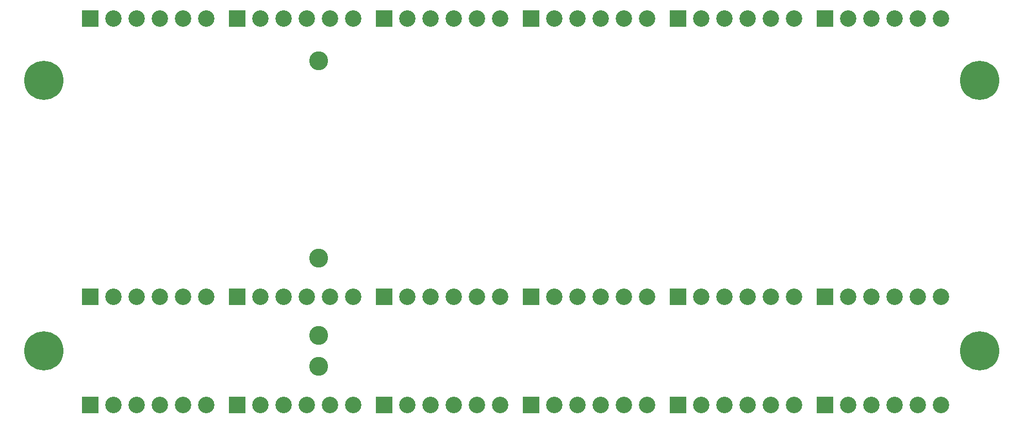
<source format=gbr>
%TF.GenerationSoftware,KiCad,Pcbnew,(5.1.6)-1*%
%TF.CreationDate,2020-11-26T15:33:51-08:00*%
%TF.ProjectId,Test Engine Breakout Board,54657374-2045-46e6-9769-6e6520427265,rev?*%
%TF.SameCoordinates,Original*%
%TF.FileFunction,Soldermask,Top*%
%TF.FilePolarity,Negative*%
%FSLAX46Y46*%
G04 Gerber Fmt 4.6, Leading zero omitted, Abs format (unit mm)*
G04 Created by KiCad (PCBNEW (5.1.6)-1) date 2020-11-26 15:33:51*
%MOMM*%
%LPD*%
G01*
G04 APERTURE LIST*
%ADD10C,3.099994*%
%ADD11C,6.450000*%
%ADD12R,2.700000X2.700000*%
%ADD13C,2.700000*%
G04 APERTURE END LIST*
D10*
%TO.C,REF\u002A\u002A*%
X108585000Y-104140000D03*
%TD*%
%TO.C,REF\u002A\u002A*%
X108585000Y-99060000D03*
%TD*%
%TO.C,REF\u002A\u002A*%
X108585000Y-86360000D03*
%TD*%
%TO.C,REF\u002A\u002A*%
X108585000Y-53975000D03*
%TD*%
D11*
%TO.C,REF\u002A\u002A*%
X63500000Y-57150000D03*
%TD*%
%TO.C,REF\u002A\u002A*%
X63500000Y-101600000D03*
%TD*%
%TO.C,REF\u002A\u002A*%
X217170000Y-101600000D03*
%TD*%
%TO.C,REF\u002A\u002A*%
X217170000Y-57150000D03*
%TD*%
D12*
%TO.C,J1*%
X71120000Y-46990000D03*
D13*
X86360000Y-46990000D03*
X82550000Y-46990000D03*
X74930000Y-46990000D03*
X78740000Y-46990000D03*
X90170000Y-46990000D03*
%TD*%
%TO.C,J2*%
X114300000Y-46990000D03*
X102870000Y-46990000D03*
X99060000Y-46990000D03*
X106680000Y-46990000D03*
X110490000Y-46990000D03*
D12*
X95250000Y-46990000D03*
%TD*%
%TO.C,J3*%
X119380000Y-46990000D03*
D13*
X134620000Y-46990000D03*
X130810000Y-46990000D03*
X123190000Y-46990000D03*
X127000000Y-46990000D03*
X138430000Y-46990000D03*
%TD*%
%TO.C,J4*%
X162560000Y-46990000D03*
X151130000Y-46990000D03*
X147320000Y-46990000D03*
X154940000Y-46990000D03*
X158750000Y-46990000D03*
D12*
X143510000Y-46990000D03*
%TD*%
%TO.C,J5*%
X167640000Y-46990000D03*
D13*
X182880000Y-46990000D03*
X179070000Y-46990000D03*
X171450000Y-46990000D03*
X175260000Y-46990000D03*
X186690000Y-46990000D03*
%TD*%
%TO.C,J6*%
X210820000Y-46990000D03*
X199390000Y-46990000D03*
X195580000Y-46990000D03*
X203200000Y-46990000D03*
X207010000Y-46990000D03*
D12*
X191770000Y-46990000D03*
%TD*%
%TO.C,J7*%
X71120000Y-92710000D03*
D13*
X86360000Y-92710000D03*
X82550000Y-92710000D03*
X74930000Y-92710000D03*
X78740000Y-92710000D03*
X90170000Y-92710000D03*
%TD*%
%TO.C,J8*%
X114300000Y-92710000D03*
X102870000Y-92710000D03*
X99060000Y-92710000D03*
X106680000Y-92710000D03*
X110490000Y-92710000D03*
D12*
X95250000Y-92710000D03*
%TD*%
%TO.C,J9*%
X119380000Y-92710000D03*
D13*
X134620000Y-92710000D03*
X130810000Y-92710000D03*
X123190000Y-92710000D03*
X127000000Y-92710000D03*
X138430000Y-92710000D03*
%TD*%
D12*
%TO.C,J10*%
X143510000Y-92710000D03*
D13*
X158750000Y-92710000D03*
X154940000Y-92710000D03*
X147320000Y-92710000D03*
X151130000Y-92710000D03*
X162560000Y-92710000D03*
%TD*%
D12*
%TO.C,J11*%
X167640000Y-92710000D03*
D13*
X182880000Y-92710000D03*
X179070000Y-92710000D03*
X171450000Y-92710000D03*
X175260000Y-92710000D03*
X186690000Y-92710000D03*
%TD*%
%TO.C,J12*%
X210820000Y-92710000D03*
X199390000Y-92710000D03*
X195580000Y-92710000D03*
X203200000Y-92710000D03*
X207010000Y-92710000D03*
D12*
X191770000Y-92710000D03*
%TD*%
D13*
%TO.C,J13*%
X90170000Y-110490000D03*
X78740000Y-110490000D03*
X74930000Y-110490000D03*
X82550000Y-110490000D03*
X86360000Y-110490000D03*
D12*
X71120000Y-110490000D03*
%TD*%
D13*
%TO.C,J14*%
X114300000Y-110490000D03*
X102870000Y-110490000D03*
X99060000Y-110490000D03*
X106680000Y-110490000D03*
X110490000Y-110490000D03*
D12*
X95250000Y-110490000D03*
%TD*%
%TO.C,J15*%
X119380000Y-110490000D03*
D13*
X134620000Y-110490000D03*
X130810000Y-110490000D03*
X123190000Y-110490000D03*
X127000000Y-110490000D03*
X138430000Y-110490000D03*
%TD*%
%TO.C,J16*%
X162560000Y-110490000D03*
X151130000Y-110490000D03*
X147320000Y-110490000D03*
X154940000Y-110490000D03*
X158750000Y-110490000D03*
D12*
X143510000Y-110490000D03*
%TD*%
%TO.C,J17*%
X167640000Y-110490000D03*
D13*
X182880000Y-110490000D03*
X179070000Y-110490000D03*
X171450000Y-110490000D03*
X175260000Y-110490000D03*
X186690000Y-110490000D03*
%TD*%
%TO.C,J18*%
X210820000Y-110490000D03*
X199390000Y-110490000D03*
X195580000Y-110490000D03*
X203200000Y-110490000D03*
X207010000Y-110490000D03*
D12*
X191770000Y-110490000D03*
%TD*%
M02*

</source>
